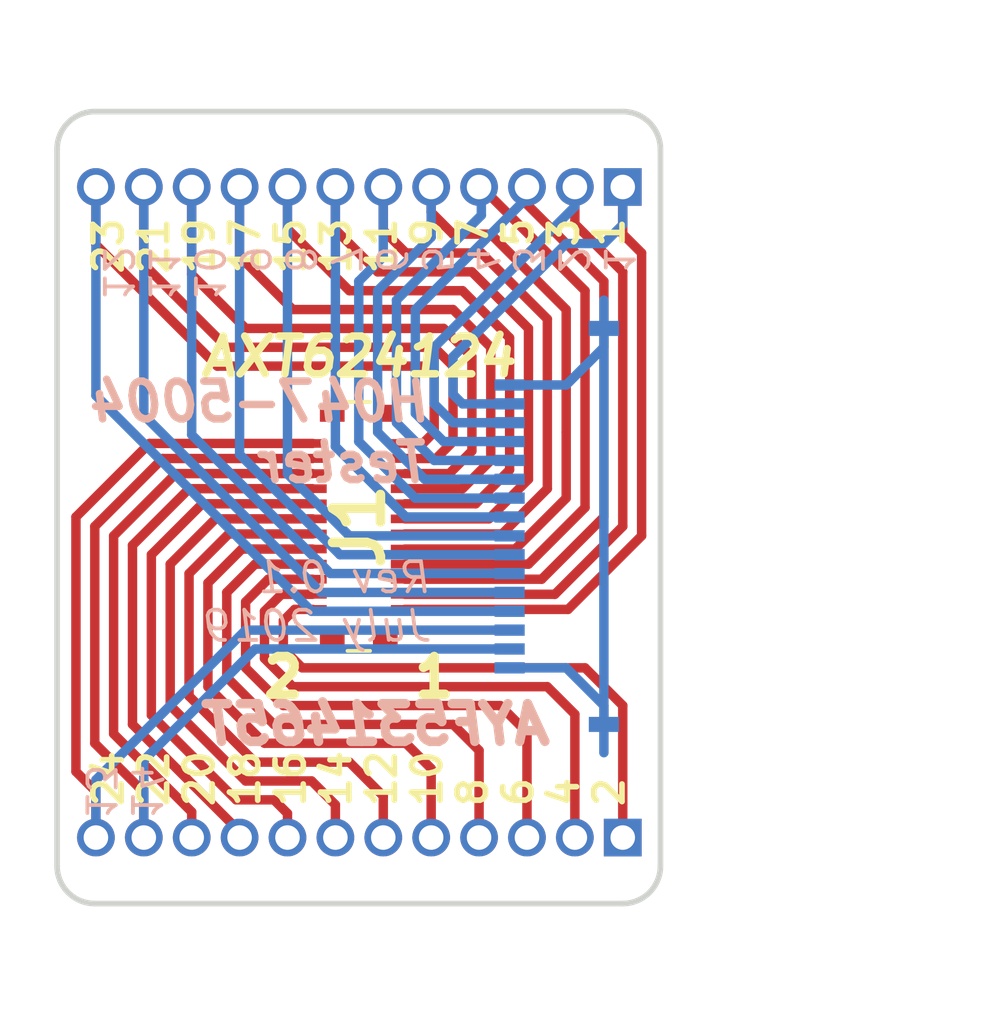
<source format=kicad_pcb>
(kicad_pcb (version 4) (host pcbnew 4.0.6)

  (general
    (links 41)
    (no_connects 0)
    (area 141.924999 93.924999 158.075001 115.075001)
    (thickness 1.6)
    (drawings 20)
    (tracks 222)
    (zones 0)
    (modules 4)
    (nets 30)
  )

  (page A4)
  (layers
    (0 F.Cu signal)
    (31 B.Cu signal)
    (32 B.Adhes user)
    (33 F.Adhes user)
    (34 B.Paste user)
    (35 F.Paste user)
    (36 B.SilkS user)
    (37 F.SilkS user)
    (38 B.Mask user)
    (39 F.Mask user)
    (40 Dwgs.User user)
    (41 Cmts.User user)
    (42 Eco1.User user)
    (43 Eco2.User user)
    (44 Edge.Cuts user)
    (45 Margin user)
    (46 B.CrtYd user)
    (47 F.CrtYd user)
    (48 B.Fab user)
    (49 F.Fab user)
  )

  (setup
    (last_trace_width 0.25)
    (trace_clearance 0.2)
    (zone_clearance 0.508)
    (zone_45_only no)
    (trace_min 0.2)
    (segment_width 0.2)
    (edge_width 0.15)
    (via_size 0.6)
    (via_drill 0.4)
    (via_min_size 0.4)
    (via_min_drill 0.3)
    (uvia_size 0.3)
    (uvia_drill 0.1)
    (uvias_allowed no)
    (uvia_min_size 0.2)
    (uvia_min_drill 0.1)
    (pcb_text_width 0.3)
    (pcb_text_size 1.5 1.5)
    (mod_edge_width 0.15)
    (mod_text_size 1 1)
    (mod_text_width 0.15)
    (pad_size 1.524 1.524)
    (pad_drill 0.762)
    (pad_to_mask_clearance 0.05)
    (aux_axis_origin 0 0)
    (visible_elements 7FFFFFFF)
    (pcbplotparams
      (layerselection 0x00030_80000001)
      (usegerberextensions false)
      (excludeedgelayer true)
      (linewidth 0.100000)
      (plotframeref false)
      (viasonmask false)
      (mode 1)
      (useauxorigin false)
      (hpglpennumber 1)
      (hpglpenspeed 20)
      (hpglpendiameter 15)
      (hpglpenoverlay 2)
      (psnegative false)
      (psa4output false)
      (plotreference true)
      (plotvalue true)
      (plotinvisibletext false)
      (padsonsilk false)
      (subtractmaskfromsilk false)
      (outputformat 1)
      (mirror false)
      (drillshape 1)
      (scaleselection 1)
      (outputdirectory ""))
  )

  (net 0 "")
  (net 1 "Net-(J1-Pad2)")
  (net 2 "Net-(J1-Pad4)")
  (net 3 "Net-(J1-Pad6)")
  (net 4 "Net-(J1-Pad8)")
  (net 5 "Net-(J1-Pad10)")
  (net 6 "Net-(J1-Pad12)")
  (net 7 "Net-(J1-Pad14)")
  (net 8 "Net-(J1-Pad16)")
  (net 9 "Net-(J1-Pad18)")
  (net 10 "Net-(J1-Pad20)")
  (net 11 "Net-(J1-Pad25)")
  (net 12 "Net-(J1-Pad26)")
  (net 13 "Net-(J1-Pad27)")
  (net 14 "Net-(J1-Pad28)")
  (net 15 /1)
  (net 16 /2)
  (net 17 /3)
  (net 18 /4)
  (net 19 /5)
  (net 20 /6)
  (net 21 /7)
  (net 22 /8)
  (net 23 /9)
  (net 24 /10)
  (net 25 /14)
  (net 26 /11)
  (net 27 /13)
  (net 28 /12)
  (net 29 "Net-(J4-Pad15)")

  (net_class Default "This is the default net class."
    (clearance 0.2)
    (trace_width 0.25)
    (via_dia 0.6)
    (via_drill 0.4)
    (uvia_dia 0.3)
    (uvia_drill 0.1)
    (add_net /1)
    (add_net /10)
    (add_net /11)
    (add_net /12)
    (add_net /13)
    (add_net /14)
    (add_net /2)
    (add_net /3)
    (add_net /4)
    (add_net /5)
    (add_net /6)
    (add_net /7)
    (add_net /8)
    (add_net /9)
    (add_net "Net-(J1-Pad10)")
    (add_net "Net-(J1-Pad12)")
    (add_net "Net-(J1-Pad14)")
    (add_net "Net-(J1-Pad16)")
    (add_net "Net-(J1-Pad18)")
    (add_net "Net-(J1-Pad2)")
    (add_net "Net-(J1-Pad20)")
    (add_net "Net-(J1-Pad25)")
    (add_net "Net-(J1-Pad26)")
    (add_net "Net-(J1-Pad27)")
    (add_net "Net-(J1-Pad28)")
    (add_net "Net-(J1-Pad4)")
    (add_net "Net-(J1-Pad6)")
    (add_net "Net-(J1-Pad8)")
    (add_net "Net-(J4-Pad15)")
  )

  (module Pin_Headers:Pin_Header_Straight_1x14_Pitch1.00mm_SMD_Pin1Left (layer B.Cu) (tedit 5D38D699) (tstamp 5D2E3699)
    (at 154 105 270)
    (descr "surface-mounted straight pin header, 1x14, 1.00mm pitch, single row, style 1 (pin 1 left)")
    (tags "Surface mounted pin header SMD 1x14 1.00mm single row style1 pin1 left")
    (path /5D38D921)
    (attr smd)
    (fp_text reference J4 (at 0 8.06 270) (layer B.SilkS) hide
      (effects (font (size 1 1) (thickness 0.15)) (justify mirror))
    )
    (fp_text value CONN_01X15 (at 0.5 -3.5 270) (layer B.Fab)
      (effects (font (size 1 1) (thickness 0.15)) (justify mirror))
    )
    (pad 15 smd rect (at 3.75 0 270) (size 0.3 0.8) (layers B.Cu B.Paste B.Mask)
      (net 29 "Net-(J4-Pad15)"))
    (pad 15 smd rect (at -3.75 0 270) (size 0.3 0.8) (layers B.Cu B.Paste B.Mask)
      (net 29 "Net-(J4-Pad15)"))
    (pad 15 smd rect (at 5.25 -2.5 270) (size 0.4 0.8) (layers B.Cu B.Paste B.Mask)
      (net 29 "Net-(J4-Pad15)"))
    (pad 15 smd rect (at -5.25 -2.5 270) (size 0.4 0.8) (layers B.Cu B.Paste B.Mask)
      (net 29 "Net-(J4-Pad15)"))
    (pad 14 smd rect (at 3.25 0 270) (size 0.3 0.8) (layers B.Cu B.Paste B.Mask)
      (net 25 /14))
    (pad 13 smd rect (at 2.75 0 270) (size 0.3 0.8) (layers B.Cu B.Paste B.Mask)
      (net 27 /13))
    (pad 12 smd rect (at 2.25 0 270) (size 0.3 0.8) (layers B.Cu B.Paste B.Mask)
      (net 28 /12))
    (pad 11 smd rect (at 1.75 0 270) (size 0.3 0.8) (layers B.Cu B.Paste B.Mask)
      (net 26 /11))
    (pad 10 smd rect (at 1.25 0 270) (size 0.3 0.8) (layers B.Cu B.Paste B.Mask)
      (net 24 /10))
    (pad 9 smd rect (at 0.75 0 270) (size 0.3 0.8) (layers B.Cu B.Paste B.Mask)
      (net 23 /9))
    (pad 8 smd rect (at 0.25 0 270) (size 0.3 0.8) (layers B.Cu B.Paste B.Mask)
      (net 22 /8))
    (pad 7 smd rect (at -0.25 0 270) (size 0.3 0.8) (layers B.Cu B.Paste B.Mask)
      (net 21 /7))
    (pad 6 smd rect (at -0.75 0 270) (size 0.3 0.8) (layers B.Cu B.Paste B.Mask)
      (net 20 /6))
    (pad 5 smd rect (at -1.25 0 270) (size 0.3 0.8) (layers B.Cu B.Paste B.Mask)
      (net 19 /5))
    (pad 4 smd rect (at -1.75 0 270) (size 0.3 0.8) (layers B.Cu B.Paste B.Mask)
      (net 18 /4))
    (pad 3 smd rect (at -2.25 0 270) (size 0.3 0.8) (layers B.Cu B.Paste B.Mask)
      (net 17 /3))
    (pad 2 smd rect (at -2.75 0 270) (size 0.3 0.8) (layers B.Cu B.Paste B.Mask)
      (net 16 /2))
    (pad 1 smd rect (at -3.25 0 270) (size 0.3 0.8) (layers B.Cu B.Paste B.Mask)
      (net 15 /1))
    (model ${KISYS3DMOD}/Pin_Headers.3dshapes/Pin_Header_Straight_1x14_Pitch1.00mm_SMD_Pin1Left.wrl
      (at (xyz 0 0 0))
      (scale (xyz 1 1 1))
      (rotate (xyz 0 0 0))
    )
  )

  (module Pin_Headers:Pin_Header_Straight_1x12_Pitch1.27mm (layer F.Cu) (tedit 5D2E032B) (tstamp 5D2DFF55)
    (at 157 96 270)
    (descr "Through hole straight pin header, 1x12, 1.27mm pitch, single row")
    (tags "Through hole pin header THT 1x12 1.27mm single row")
    (path /5D2DFF4E)
    (fp_text reference J2 (at 0 -1.695 270) (layer F.SilkS) hide
      (effects (font (size 1 1) (thickness 0.15)))
    )
    (fp_text value CONN_01X12 (at 0 15.665 270) (layer F.Fab)
      (effects (font (size 1 1) (thickness 0.15)))
    )
    (fp_line (start -0.525 -0.635) (end 1.05 -0.635) (layer F.Fab) (width 0.1))
    (fp_line (start 1.05 -0.635) (end 1.05 14.605) (layer F.Fab) (width 0.1))
    (fp_line (start 1.05 14.605) (end -1.05 14.605) (layer F.Fab) (width 0.1))
    (fp_line (start -1.05 14.605) (end -1.05 -0.11) (layer F.Fab) (width 0.1))
    (fp_line (start -1.05 -0.11) (end -0.525 -0.635) (layer F.Fab) (width 0.1))
    (fp_line (start -1.55 -1.15) (end -1.55 15.15) (layer F.CrtYd) (width 0.05))
    (fp_line (start -1.55 15.15) (end 1.55 15.15) (layer F.CrtYd) (width 0.05))
    (fp_line (start 1.55 15.15) (end 1.55 -1.15) (layer F.CrtYd) (width 0.05))
    (fp_line (start 1.55 -1.15) (end -1.55 -1.15) (layer F.CrtYd) (width 0.05))
    (fp_text user %R (at 0 6.985 360) (layer F.Fab)
      (effects (font (size 1 1) (thickness 0.15)))
    )
    (pad 1 thru_hole rect (at 0 0 270) (size 1 1) (drill 0.65) (layers *.Cu *.Mask)
      (net 15 /1))
    (pad 2 thru_hole oval (at 0 1.27 270) (size 1 1) (drill 0.65) (layers *.Cu *.Mask)
      (net 16 /2))
    (pad 3 thru_hole oval (at 0 2.54 270) (size 1 1) (drill 0.65) (layers *.Cu *.Mask)
      (net 17 /3))
    (pad 4 thru_hole oval (at 0 3.81 270) (size 1 1) (drill 0.65) (layers *.Cu *.Mask)
      (net 18 /4))
    (pad 5 thru_hole oval (at 0 5.08 270) (size 1 1) (drill 0.65) (layers *.Cu *.Mask)
      (net 19 /5))
    (pad 6 thru_hole oval (at 0 6.35 270) (size 1 1) (drill 0.65) (layers *.Cu *.Mask)
      (net 20 /6))
    (pad 7 thru_hole oval (at 0 7.62 270) (size 1 1) (drill 0.65) (layers *.Cu *.Mask)
      (net 21 /7))
    (pad 8 thru_hole oval (at 0 8.89 270) (size 1 1) (drill 0.65) (layers *.Cu *.Mask)
      (net 22 /8))
    (pad 9 thru_hole oval (at 0 10.16 270) (size 1 1) (drill 0.65) (layers *.Cu *.Mask)
      (net 23 /9))
    (pad 10 thru_hole oval (at 0 11.43 270) (size 1 1) (drill 0.65) (layers *.Cu *.Mask)
      (net 24 /10))
    (pad 11 thru_hole oval (at 0 12.7 270) (size 1 1) (drill 0.65) (layers *.Cu *.Mask)
      (net 26 /11))
    (pad 12 thru_hole oval (at 0 13.97 270) (size 1 1) (drill 0.65) (layers *.Cu *.Mask)
      (net 28 /12))
    (model ${KISYS3DMOD}/Pin_Headers.3dshapes/Pin_Header_Straight_1x12_Pitch1.27mm.wrl
      (at (xyz 0 0 0))
      (scale (xyz 1 1 1))
      (rotate (xyz 0 0 0))
    )
  )

  (module Pin_Headers:Pin_Header_Straight_1x12_Pitch1.27mm (layer F.Cu) (tedit 5D2E0302) (tstamp 5D2DFF77)
    (at 157 113.25 270)
    (descr "Through hole straight pin header, 1x12, 1.27mm pitch, single row")
    (tags "Through hole pin header THT 1x12 1.27mm single row")
    (path /5D2DFE85)
    (fp_text reference J3 (at 0 -1.695 270) (layer F.SilkS) hide
      (effects (font (size 1 1) (thickness 0.15)))
    )
    (fp_text value CONN_01X12 (at 0 15.665 270) (layer F.Fab)
      (effects (font (size 1 1) (thickness 0.15)))
    )
    (fp_line (start -0.525 -0.635) (end 1.05 -0.635) (layer F.Fab) (width 0.1))
    (fp_line (start 1.05 -0.635) (end 1.05 14.605) (layer F.Fab) (width 0.1))
    (fp_line (start 1.05 14.605) (end -1.05 14.605) (layer F.Fab) (width 0.1))
    (fp_line (start -1.05 14.605) (end -1.05 -0.11) (layer F.Fab) (width 0.1))
    (fp_line (start -1.05 -0.11) (end -0.525 -0.635) (layer F.Fab) (width 0.1))
    (fp_line (start -1.55 -1.15) (end -1.55 15.15) (layer F.CrtYd) (width 0.05))
    (fp_line (start -1.55 15.15) (end 1.55 15.15) (layer F.CrtYd) (width 0.05))
    (fp_line (start 1.55 15.15) (end 1.55 -1.15) (layer F.CrtYd) (width 0.05))
    (fp_line (start 1.55 -1.15) (end -1.55 -1.15) (layer F.CrtYd) (width 0.05))
    (fp_text user %R (at 0 6.985 360) (layer F.Fab)
      (effects (font (size 1 1) (thickness 0.15)))
    )
    (pad 1 thru_hole rect (at 0 0 270) (size 1 1) (drill 0.65) (layers *.Cu *.Mask)
      (net 1 "Net-(J1-Pad2)"))
    (pad 2 thru_hole oval (at 0 1.27 270) (size 1 1) (drill 0.65) (layers *.Cu *.Mask)
      (net 2 "Net-(J1-Pad4)"))
    (pad 3 thru_hole oval (at 0 2.54 270) (size 1 1) (drill 0.65) (layers *.Cu *.Mask)
      (net 3 "Net-(J1-Pad6)"))
    (pad 4 thru_hole oval (at 0 3.81 270) (size 1 1) (drill 0.65) (layers *.Cu *.Mask)
      (net 4 "Net-(J1-Pad8)"))
    (pad 5 thru_hole oval (at 0 5.08 270) (size 1 1) (drill 0.65) (layers *.Cu *.Mask)
      (net 5 "Net-(J1-Pad10)"))
    (pad 6 thru_hole oval (at 0 6.35 270) (size 1 1) (drill 0.65) (layers *.Cu *.Mask)
      (net 6 "Net-(J1-Pad12)"))
    (pad 7 thru_hole oval (at 0 7.62 270) (size 1 1) (drill 0.65) (layers *.Cu *.Mask)
      (net 7 "Net-(J1-Pad14)"))
    (pad 8 thru_hole oval (at 0 8.89 270) (size 1 1) (drill 0.65) (layers *.Cu *.Mask)
      (net 8 "Net-(J1-Pad16)"))
    (pad 9 thru_hole oval (at 0 10.16 270) (size 1 1) (drill 0.65) (layers *.Cu *.Mask)
      (net 9 "Net-(J1-Pad18)"))
    (pad 10 thru_hole oval (at 0 11.43 270) (size 1 1) (drill 0.65) (layers *.Cu *.Mask)
      (net 10 "Net-(J1-Pad20)"))
    (pad 11 thru_hole oval (at 0 12.7 270) (size 1 1) (drill 0.65) (layers *.Cu *.Mask)
      (net 25 /14))
    (pad 12 thru_hole oval (at 0 13.97 270) (size 1 1) (drill 0.65) (layers *.Cu *.Mask)
      (net 27 /13))
    (model ${KISYS3DMOD}/Pin_Headers.3dshapes/Pin_Header_Straight_1x12_Pitch1.27mm.wrl
      (at (xyz 0 0 0))
      (scale (xyz 1 1 1))
      (rotate (xyz 0 0 0))
    )
  )

  (module AXT624124:AXT624124 (layer F.Cu) (tedit 5D2DFC31) (tstamp 5D2DFDFF)
    (at 150 105 90)
    (descr AXT624124)
    (tags Connector)
    (path /5D2DFCEA)
    (attr smd)
    (fp_text reference J1 (at 0 0 90) (layer F.SilkS)
      (effects (font (size 1.27 1.27) (thickness 0.254)))
    )
    (fp_text value AXT624124 (at 0 0 90) (layer F.SilkS) hide
      (effects (font (size 1.27 1.27) (thickness 0.254)))
    )
    (fp_line (start -3.3 -0.93) (end 3.3 -0.93) (layer Dwgs.User) (width 0.2))
    (fp_line (start 3.3 -0.93) (end 3.3 0.93) (layer Dwgs.User) (width 0.2))
    (fp_line (start 3.3 0.93) (end -3.3 0.93) (layer Dwgs.User) (width 0.2))
    (fp_line (start -3.3 0.93) (end -3.3 -0.93) (layer Dwgs.User) (width 0.2))
    (fp_line (start -4.3 -2.6) (end 4.3 -2.6) (layer Dwgs.User) (width 0.1))
    (fp_line (start 4.3 -2.6) (end 4.3 2.6) (layer Dwgs.User) (width 0.1))
    (fp_line (start 4.3 2.6) (end -4.3 2.6) (layer Dwgs.User) (width 0.1))
    (fp_line (start -4.3 2.6) (end -4.3 -2.6) (layer Dwgs.User) (width 0.1))
    (fp_line (start -3.3 -0.3) (end -3.3 0.3) (layer F.SilkS) (width 0.1))
    (fp_line (start 3.3 -0.3) (end 3.3 0.3) (layer F.SilkS) (width 0.1))
    (pad 1 smd rect (at -2.2 1.225 90) (size 0.23 0.75) (layers F.Cu F.Paste F.Mask)
      (net 15 /1))
    (pad 2 smd rect (at -2.2 -1.225 90) (size 0.23 0.75) (layers F.Cu F.Paste F.Mask)
      (net 1 "Net-(J1-Pad2)"))
    (pad 3 smd rect (at -1.8 1.225 90) (size 0.23 0.75) (layers F.Cu F.Paste F.Mask)
      (net 16 /2))
    (pad 4 smd rect (at -1.8 -1.225 90) (size 0.23 0.75) (layers F.Cu F.Paste F.Mask)
      (net 2 "Net-(J1-Pad4)"))
    (pad 5 smd rect (at -1.4 1.225 90) (size 0.23 0.75) (layers F.Cu F.Paste F.Mask)
      (net 17 /3))
    (pad 6 smd rect (at -1.4 -1.225 90) (size 0.23 0.75) (layers F.Cu F.Paste F.Mask)
      (net 3 "Net-(J1-Pad6)"))
    (pad 7 smd rect (at -1 1.225 90) (size 0.23 0.75) (layers F.Cu F.Paste F.Mask)
      (net 18 /4))
    (pad 8 smd rect (at -1 -1.225 90) (size 0.23 0.75) (layers F.Cu F.Paste F.Mask)
      (net 4 "Net-(J1-Pad8)"))
    (pad 9 smd rect (at -0.6 1.225 90) (size 0.23 0.75) (layers F.Cu F.Paste F.Mask)
      (net 19 /5))
    (pad 10 smd rect (at -0.6 -1.225 90) (size 0.23 0.75) (layers F.Cu F.Paste F.Mask)
      (net 5 "Net-(J1-Pad10)"))
    (pad 11 smd rect (at -0.2 1.225 90) (size 0.23 0.75) (layers F.Cu F.Paste F.Mask)
      (net 20 /6))
    (pad 12 smd rect (at -0.2 -1.225 90) (size 0.23 0.75) (layers F.Cu F.Paste F.Mask)
      (net 6 "Net-(J1-Pad12)"))
    (pad 13 smd rect (at 0.2 1.225 90) (size 0.23 0.75) (layers F.Cu F.Paste F.Mask)
      (net 21 /7))
    (pad 14 smd rect (at 0.2 -1.225 90) (size 0.23 0.75) (layers F.Cu F.Paste F.Mask)
      (net 7 "Net-(J1-Pad14)"))
    (pad 15 smd rect (at 0.6 1.225 90) (size 0.23 0.75) (layers F.Cu F.Paste F.Mask)
      (net 22 /8))
    (pad 16 smd rect (at 0.6 -1.225 90) (size 0.23 0.75) (layers F.Cu F.Paste F.Mask)
      (net 8 "Net-(J1-Pad16)"))
    (pad 17 smd rect (at 1 1.225 90) (size 0.23 0.75) (layers F.Cu F.Paste F.Mask)
      (net 23 /9))
    (pad 18 smd rect (at 1 -1.225 90) (size 0.23 0.75) (layers F.Cu F.Paste F.Mask)
      (net 9 "Net-(J1-Pad18)"))
    (pad 19 smd rect (at 1.4 1.225 90) (size 0.23 0.75) (layers F.Cu F.Paste F.Mask)
      (net 24 /10))
    (pad 20 smd rect (at 1.4 -1.225 90) (size 0.23 0.75) (layers F.Cu F.Paste F.Mask)
      (net 10 "Net-(J1-Pad20)"))
    (pad 21 smd rect (at 1.8 1.225 90) (size 0.23 0.75) (layers F.Cu F.Paste F.Mask)
      (net 26 /11))
    (pad 22 smd rect (at 1.8 -1.225 90) (size 0.23 0.75) (layers F.Cu F.Paste F.Mask)
      (net 25 /14))
    (pad 23 smd rect (at 2.2 1.225 90) (size 0.23 0.75) (layers F.Cu F.Paste F.Mask)
      (net 28 /12))
    (pad 24 smd rect (at 2.2 -1.225 90) (size 0.23 0.75) (layers F.Cu F.Paste F.Mask)
      (net 27 /13))
    (pad 25 smd rect (at -3 -0.703 90) (size 0.45 0.655) (layers F.Cu F.Paste F.Mask)
      (net 11 "Net-(J1-Pad25)"))
    (pad 26 smd rect (at -3 0.703 90) (size 0.45 0.655) (layers F.Cu F.Paste F.Mask)
      (net 12 "Net-(J1-Pad26)"))
    (pad 27 smd rect (at 3 0.703 90) (size 0.45 0.655) (layers F.Cu F.Paste F.Mask)
      (net 13 "Net-(J1-Pad27)"))
    (pad 28 smd rect (at 3 -0.703 90) (size 0.45 0.655) (layers F.Cu F.Paste F.Mask)
      (net 14 "Net-(J1-Pad28)"))
  )

  (gr_text "Rev 0.1\nJuly 2019\n" (at 152 107) (layer B.SilkS)
    (effects (font (size 0.8 0.8) (thickness 0.1) italic) (justify left mirror))
  )
  (gr_text "H047-5004\nTester\n" (at 152 102.5) (layer B.SilkS)
    (effects (font (size 1 1) (thickness 0.2) italic) (justify left mirror))
  )
  (gr_text "14\n13" (at 143.75 111.25 270) (layer B.SilkS)
    (effects (font (size 0.75 0.75) (thickness 0.1)) (justify right mirror))
  )
  (gr_text AYF531465T (at 150.5 110.25) (layer B.SilkS)
    (effects (font (size 1 1) (thickness 0.25) italic) (justify mirror))
  )
  (gr_text "1\n2\n3\n4\n5\n6\n7\n8\n9\n10\n11\n12" (at 150.25 97.5 270) (layer B.SilkS)
    (effects (font (size 0.75 0.75) (thickness 0.1)) (justify right mirror))
  )
  (dimension 16 (width 0.3) (layer Dwgs.User)
    (gr_text "16.000 mm" (at 150 118.35) (layer Dwgs.User)
      (effects (font (size 1.5 1.5) (thickness 0.3)))
    )
    (feature1 (pts (xy 158 115) (xy 158 119.7)))
    (feature2 (pts (xy 142 115) (xy 142 119.7)))
    (crossbar (pts (xy 142 117) (xy 158 117)))
    (arrow1a (pts (xy 158 117) (xy 156.873496 117.586421)))
    (arrow1b (pts (xy 158 117) (xy 156.873496 116.413579)))
    (arrow2a (pts (xy 142 117) (xy 143.126504 117.586421)))
    (arrow2b (pts (xy 142 117) (xy 143.126504 116.413579)))
  )
  (gr_text AXT624124 (at 150 100.5) (layer F.SilkS)
    (effects (font (size 1 1) (thickness 0.2) italic))
  )
  (gr_text "23\n21\n19\n17\n15\n13\n11\n9\n7\n5\n3\n1" (at 150 96.75 90) (layer F.SilkS)
    (effects (font (size 0.75 0.75) (thickness 0.15)) (justify right))
  )
  (gr_text "24\n22\n20\n18\n16\n14\n12\n10\n8\n6\n4\n2" (at 150 112.5 90) (layer F.SilkS)
    (effects (font (size 0.75 0.75) (thickness 0.15)) (justify left))
  )
  (dimension 21 (width 0.3) (layer Dwgs.User)
    (gr_text "21.000 mm" (at 164.35 104.5 270) (layer Dwgs.User)
      (effects (font (size 1.5 1.5) (thickness 0.3)))
    )
    (feature1 (pts (xy 158 115) (xy 165.7 115)))
    (feature2 (pts (xy 158 94) (xy 165.7 94)))
    (crossbar (pts (xy 163 94) (xy 163 115)))
    (arrow1a (pts (xy 163 115) (xy 162.413579 113.873496)))
    (arrow1b (pts (xy 163 115) (xy 163.586421 113.873496)))
    (arrow2a (pts (xy 163 94) (xy 162.413579 95.126504)))
    (arrow2b (pts (xy 163 94) (xy 163.586421 95.126504)))
  )
  (gr_text 2 (at 148 109) (layer F.SilkS)
    (effects (font (size 1 1) (thickness 0.25)))
  )
  (gr_text 1 (at 152 109) (layer F.SilkS)
    (effects (font (size 1 1) (thickness 0.25)))
  )
  (gr_line (start 142 95) (end 142 114) (angle 90) (layer Edge.Cuts) (width 0.15))
  (gr_line (start 157 94) (end 143 94) (angle 90) (layer Edge.Cuts) (width 0.15))
  (gr_line (start 158 114) (end 158 95) (angle 90) (layer Edge.Cuts) (width 0.15))
  (gr_line (start 143 115) (end 157 115) (angle 90) (layer Edge.Cuts) (width 0.15))
  (gr_arc (start 143 114) (end 143 115) (angle 90) (layer Edge.Cuts) (width 0.15))
  (gr_arc (start 143 95) (end 142 95) (angle 90) (layer Edge.Cuts) (width 0.15))
  (gr_arc (start 157 95) (end 157 94) (angle 90) (layer Edge.Cuts) (width 0.15))
  (gr_arc (start 157 114) (end 158 114) (angle 90) (layer Edge.Cuts) (width 0.15))

  (segment (start 148.775 107.2) (end 148.3 107.2) (width 0.25) (layer F.Cu) (net 1))
  (segment (start 157 109.75) (end 157 113.25) (width 0.25) (layer F.Cu) (net 1) (tstamp 5D2E0135) (status 20))
  (segment (start 156 108.75) (end 157 109.75) (width 0.25) (layer F.Cu) (net 1) (tstamp 5D2E0134))
  (segment (start 148.5 108.75) (end 156 108.75) (width 0.25) (layer F.Cu) (net 1) (tstamp 5D2E0133))
  (segment (start 148 108.25) (end 148.5 108.75) (width 0.25) (layer F.Cu) (net 1) (tstamp 5D2E0132))
  (segment (start 148 107.5) (end 148 108.25) (width 0.25) (layer F.Cu) (net 1) (tstamp 5D2E0131))
  (segment (start 148.3 107.2) (end 148 107.5) (width 0.25) (layer F.Cu) (net 1) (tstamp 5D2E0130))
  (segment (start 148.775 106.8) (end 147.95 106.8) (width 0.25) (layer F.Cu) (net 2))
  (segment (start 155.73 109.98) (end 155.73 113.25) (width 0.25) (layer F.Cu) (net 2) (tstamp 5D2E0144) (status 20))
  (segment (start 155 109.25) (end 155.73 109.98) (width 0.25) (layer F.Cu) (net 2) (tstamp 5D2E0143))
  (segment (start 148.25 109.25) (end 155 109.25) (width 0.25) (layer F.Cu) (net 2) (tstamp 5D2E0142))
  (segment (start 147.5 108.5) (end 148.25 109.25) (width 0.25) (layer F.Cu) (net 2) (tstamp 5D2E0141))
  (segment (start 147.5 107.25) (end 147.5 108.5) (width 0.25) (layer F.Cu) (net 2) (tstamp 5D2E0140))
  (segment (start 147.95 106.8) (end 147.5 107.25) (width 0.25) (layer F.Cu) (net 2) (tstamp 5D2E013F))
  (segment (start 148.775 106.4) (end 147.6 106.4) (width 0.25) (layer F.Cu) (net 3))
  (segment (start 154.46 110.46) (end 154.46 113.25) (width 0.25) (layer F.Cu) (net 3) (tstamp 5D2E014D) (status 20))
  (segment (start 153.75 109.75) (end 154.46 110.46) (width 0.25) (layer F.Cu) (net 3) (tstamp 5D2E014C))
  (segment (start 148 109.75) (end 153.75 109.75) (width 0.25) (layer F.Cu) (net 3) (tstamp 5D2E014A))
  (segment (start 147 108.75) (end 148 109.75) (width 0.25) (layer F.Cu) (net 3) (tstamp 5D2E0149))
  (segment (start 147 107) (end 147 108.75) (width 0.25) (layer F.Cu) (net 3) (tstamp 5D2E0148))
  (segment (start 147.6 106.4) (end 147 107) (width 0.25) (layer F.Cu) (net 3) (tstamp 5D2E0147))
  (segment (start 148.775 106) (end 147.25 106) (width 0.25) (layer F.Cu) (net 4))
  (segment (start 153.19 110.94) (end 153.19 113.25) (width 0.25) (layer F.Cu) (net 4) (tstamp 5D2E0156) (status 20))
  (segment (start 152.5 110.25) (end 153.19 110.94) (width 0.25) (layer F.Cu) (net 4) (tstamp 5D2E0155))
  (segment (start 147.75 110.25) (end 152.5 110.25) (width 0.25) (layer F.Cu) (net 4) (tstamp 5D2E0153))
  (segment (start 146.5 109) (end 147.75 110.25) (width 0.25) (layer F.Cu) (net 4) (tstamp 5D2E0152))
  (segment (start 146.5 106.75) (end 146.5 109) (width 0.25) (layer F.Cu) (net 4) (tstamp 5D2E0151))
  (segment (start 147.25 106) (end 146.5 106.75) (width 0.25) (layer F.Cu) (net 4) (tstamp 5D2E0150))
  (segment (start 148.775 105.6) (end 146.9 105.6) (width 0.25) (layer F.Cu) (net 5))
  (segment (start 151.92 111.42) (end 151.92 113.25) (width 0.25) (layer F.Cu) (net 5) (tstamp 5D2E0160) (status 20))
  (segment (start 151.25 110.75) (end 151.92 111.42) (width 0.25) (layer F.Cu) (net 5) (tstamp 5D2E015F))
  (segment (start 147.5 110.75) (end 151.25 110.75) (width 0.25) (layer F.Cu) (net 5) (tstamp 5D2E015D))
  (segment (start 146 109.25) (end 147.5 110.75) (width 0.25) (layer F.Cu) (net 5) (tstamp 5D2E015B))
  (segment (start 146 106.5) (end 146 109.25) (width 0.25) (layer F.Cu) (net 5) (tstamp 5D2E015A))
  (segment (start 146.9 105.6) (end 146 106.5) (width 0.25) (layer F.Cu) (net 5) (tstamp 5D2E0159))
  (segment (start 148.775 105.2) (end 146.55 105.2) (width 0.25) (layer F.Cu) (net 6))
  (segment (start 150.65 112.15) (end 150.65 113.25) (width 0.25) (layer F.Cu) (net 6) (tstamp 5D2E016A) (status 20))
  (segment (start 149.75 111.25) (end 150.65 112.15) (width 0.25) (layer F.Cu) (net 6) (tstamp 5D2E0169))
  (segment (start 147.25 111.25) (end 149.75 111.25) (width 0.25) (layer F.Cu) (net 6) (tstamp 5D2E0168))
  (segment (start 145.5 109.5) (end 147.25 111.25) (width 0.25) (layer F.Cu) (net 6) (tstamp 5D2E0166))
  (segment (start 145.5 106.25) (end 145.5 109.5) (width 0.25) (layer F.Cu) (net 6) (tstamp 5D2E0164))
  (segment (start 146.55 105.2) (end 145.5 106.25) (width 0.25) (layer F.Cu) (net 6) (tstamp 5D2E0163))
  (segment (start 148.775 104.8) (end 146.2 104.8) (width 0.25) (layer F.Cu) (net 7))
  (segment (start 149.38 112.38) (end 149.38 113.25) (width 0.25) (layer F.Cu) (net 7) (tstamp 5D2E0174) (status 20))
  (segment (start 148.75 111.75) (end 149.38 112.38) (width 0.25) (layer F.Cu) (net 7) (tstamp 5D2E0173))
  (segment (start 147 111.75) (end 148.75 111.75) (width 0.25) (layer F.Cu) (net 7) (tstamp 5D2E0172))
  (segment (start 145 109.75) (end 147 111.75) (width 0.25) (layer F.Cu) (net 7) (tstamp 5D2E0170))
  (segment (start 145 106) (end 145 109.75) (width 0.25) (layer F.Cu) (net 7) (tstamp 5D2E016E))
  (segment (start 146.2 104.8) (end 145 106) (width 0.25) (layer F.Cu) (net 7) (tstamp 5D2E016D))
  (segment (start 148.775 104.4) (end 145.85 104.4) (width 0.25) (layer F.Cu) (net 8))
  (segment (start 148.11 112.61) (end 148.11 113.25) (width 0.25) (layer F.Cu) (net 8) (tstamp 5D2E01AF))
  (segment (start 147.75 112.25) (end 148.11 112.61) (width 0.25) (layer F.Cu) (net 8) (tstamp 5D2E01AE))
  (segment (start 146.75 112.25) (end 147.75 112.25) (width 0.25) (layer F.Cu) (net 8) (tstamp 5D2E01AD))
  (segment (start 144.5 110) (end 146.75 112.25) (width 0.25) (layer F.Cu) (net 8) (tstamp 5D2E01AB))
  (segment (start 144.5 105.75) (end 144.5 110) (width 0.25) (layer F.Cu) (net 8) (tstamp 5D2E01A9))
  (segment (start 145.85 104.4) (end 144.5 105.75) (width 0.25) (layer F.Cu) (net 8) (tstamp 5D2E01A8))
  (segment (start 148.775 104) (end 145.5 104) (width 0.25) (layer F.Cu) (net 9))
  (segment (start 144 110.25) (end 146.84 113.09) (width 0.25) (layer F.Cu) (net 9) (tstamp 5D2E01B5))
  (segment (start 144 105.5) (end 144 110.25) (width 0.25) (layer F.Cu) (net 9) (tstamp 5D2E01B3))
  (segment (start 145.5 104) (end 144 105.5) (width 0.25) (layer F.Cu) (net 9) (tstamp 5D2E01B2))
  (segment (start 146.84 113.09) (end 146.84 113.25) (width 0.25) (layer F.Cu) (net 9) (tstamp 5D2E01B7))
  (segment (start 148.775 103.6) (end 145.15 103.6) (width 0.25) (layer F.Cu) (net 10))
  (segment (start 145.57 112.57) (end 145.57 113.25) (width 0.25) (layer F.Cu) (net 10) (tstamp 5D2E01BF))
  (segment (start 143.5 110.5) (end 145.57 112.57) (width 0.25) (layer F.Cu) (net 10) (tstamp 5D2E01BD))
  (segment (start 143.5 105.25) (end 143.5 110.5) (width 0.25) (layer F.Cu) (net 10) (tstamp 5D2E01BB))
  (segment (start 145.15 103.6) (end 143.5 105.25) (width 0.25) (layer F.Cu) (net 10) (tstamp 5D2E01BA))
  (segment (start 151.225 107.2) (end 155.55 107.2) (width 0.25) (layer F.Cu) (net 15) (status 400000))
  (segment (start 157 97.25) (end 157 96) (width 0.25) (layer F.Cu) (net 15) (tstamp 5D38D9CD) (status 800000))
  (segment (start 157.5 97.75) (end 157 97.25) (width 0.25) (layer F.Cu) (net 15) (tstamp 5D38D9C9))
  (segment (start 157.5 105.25) (end 157.5 97.75) (width 0.25) (layer F.Cu) (net 15) (tstamp 5D38D9C7))
  (segment (start 155.55 107.2) (end 157.5 105.25) (width 0.25) (layer F.Cu) (net 15) (tstamp 5D38D9BF))
  (segment (start 154 101.75) (end 152.75 101.75) (width 0.25) (layer B.Cu) (net 15) (status 400000))
  (segment (start 157 97) (end 157 96) (width 0.25) (layer B.Cu) (net 15) (tstamp 5D38D8F8) (status 800000))
  (segment (start 156.5 97.5) (end 157 97) (width 0.25) (layer B.Cu) (net 15) (tstamp 5D38D8F7))
  (segment (start 155.5 97.5) (end 156.5 97.5) (width 0.25) (layer B.Cu) (net 15) (tstamp 5D38D8F5))
  (segment (start 152.5 100.5) (end 155.5 97.5) (width 0.25) (layer B.Cu) (net 15) (tstamp 5D38D8F2))
  (segment (start 152.5 101.5) (end 152.5 100.5) (width 0.25) (layer B.Cu) (net 15) (tstamp 5D38D8F1))
  (segment (start 152.75 101.75) (end 152.5 101.5) (width 0.25) (layer B.Cu) (net 15) (tstamp 5D38D8F0))
  (segment (start 151.225 106.8) (end 155.2 106.8) (width 0.25) (layer F.Cu) (net 16) (status 400000))
  (segment (start 155.73 96.98) (end 155.73 96) (width 0.25) (layer F.Cu) (net 16) (tstamp 5D38D9DF) (status 800000))
  (segment (start 157 98.25) (end 155.73 96.98) (width 0.25) (layer F.Cu) (net 16) (tstamp 5D38D9D9))
  (segment (start 157 105) (end 157 98.25) (width 0.25) (layer F.Cu) (net 16) (tstamp 5D38D9D7))
  (segment (start 155.2 106.8) (end 157 105) (width 0.25) (layer F.Cu) (net 16) (tstamp 5D38D9D2))
  (segment (start 154 102.25) (end 152.5 102.25) (width 0.25) (layer B.Cu) (net 16) (status 400000))
  (segment (start 155.73 96.52) (end 155.73 96) (width 0.25) (layer B.Cu) (net 16) (tstamp 5D38D8EC) (status 800000))
  (segment (start 152 100.25) (end 155.73 96.52) (width 0.25) (layer B.Cu) (net 16) (tstamp 5D38D8E8))
  (segment (start 152 101.75) (end 152 100.25) (width 0.25) (layer B.Cu) (net 16) (tstamp 5D38D8E7))
  (segment (start 152.5 102.25) (end 152 101.75) (width 0.25) (layer B.Cu) (net 16) (tstamp 5D38D8E4))
  (segment (start 151.225 106.4) (end 154.85 106.4) (width 0.25) (layer F.Cu) (net 17) (status 400000))
  (segment (start 156.5 98.5) (end 154.46 96.46) (width 0.25) (layer F.Cu) (net 17) (tstamp 5D38D9EA) (status 800000))
  (segment (start 156.5 104.75) (end 156.5 98.5) (width 0.25) (layer F.Cu) (net 17) (tstamp 5D38D9E9))
  (segment (start 154.85 106.4) (end 156.5 104.75) (width 0.25) (layer F.Cu) (net 17) (tstamp 5D38D9E5))
  (segment (start 154.46 96.46) (end 154.46 96) (width 0.25) (layer F.Cu) (net 17) (tstamp 5D38D9EF) (status C00000))
  (segment (start 154 102.75) (end 152.25 102.75) (width 0.25) (layer B.Cu) (net 17) (status 400000))
  (segment (start 151.5 99.25) (end 154.46 96.29) (width 0.25) (layer B.Cu) (net 17) (tstamp 5D38D8DC) (status 800000))
  (segment (start 151.5 102) (end 151.5 99.25) (width 0.25) (layer B.Cu) (net 17) (tstamp 5D38D8DB))
  (segment (start 152.25 102.75) (end 151.5 102) (width 0.25) (layer B.Cu) (net 17) (tstamp 5D38D8DA))
  (segment (start 154.46 96.29) (end 154.46 96) (width 0.25) (layer B.Cu) (net 17) (tstamp 5D38D8DD) (status C00000))
  (segment (start 154.46 96.46) (end 154.46 96) (width 0.25) (layer F.Cu) (net 17) (tstamp 5D2E011D))
  (segment (start 151.225 106) (end 154.5 106) (width 0.25) (layer F.Cu) (net 18) (status 400000))
  (segment (start 156 98.75) (end 153.25 96) (width 0.25) (layer F.Cu) (net 18) (tstamp 5D38D9FA) (status 800000))
  (segment (start 156 104.5) (end 156 98.75) (width 0.25) (layer F.Cu) (net 18) (tstamp 5D38D9F7))
  (segment (start 154.5 106) (end 156 104.5) (width 0.25) (layer F.Cu) (net 18) (tstamp 5D38D9F5))
  (segment (start 153.25 96) (end 153.19 96) (width 0.25) (layer F.Cu) (net 18) (tstamp 5D38DA00) (status C00000))
  (segment (start 154 103.25) (end 152 103.25) (width 0.25) (layer B.Cu) (net 18) (status 400000))
  (segment (start 153.25 96.75) (end 153.25 96.06) (width 0.25) (layer B.Cu) (net 18) (tstamp 5D38D8D1) (status 800000))
  (segment (start 153 97) (end 153.25 96.75) (width 0.25) (layer B.Cu) (net 18) (tstamp 5D38D8D0))
  (segment (start 151 99) (end 153 97) (width 0.25) (layer B.Cu) (net 18) (tstamp 5D38D8CC))
  (segment (start 151 102.25) (end 151 99) (width 0.25) (layer B.Cu) (net 18) (tstamp 5D38D8CB))
  (segment (start 152 103.25) (end 151 102.25) (width 0.25) (layer B.Cu) (net 18) (tstamp 5D38D8CA))
  (segment (start 153.25 96.06) (end 153.19 96) (width 0.25) (layer B.Cu) (net 18) (tstamp 5D38D8D4) (status C00000))
  (segment (start 153.25 96) (end 153.19 96) (width 0.25) (layer F.Cu) (net 18) (tstamp 5D2E0114))
  (segment (start 151.225 105.6) (end 154.15 105.6) (width 0.25) (layer F.Cu) (net 19) (status 400000))
  (segment (start 151.92 96.67) (end 151.92 96) (width 0.25) (layer F.Cu) (net 19) (tstamp 5D38DA18) (status 800000))
  (segment (start 152.5 97.25) (end 151.92 96.67) (width 0.25) (layer F.Cu) (net 19) (tstamp 5D38DA17))
  (segment (start 153.5 97.25) (end 152.5 97.25) (width 0.25) (layer F.Cu) (net 19) (tstamp 5D38DA11))
  (segment (start 155.5 99.25) (end 153.5 97.25) (width 0.25) (layer F.Cu) (net 19) (tstamp 5D38DA0B))
  (segment (start 155.5 102.5) (end 155.5 99.25) (width 0.25) (layer F.Cu) (net 19) (tstamp 5D38DA09))
  (segment (start 155.5 104.25) (end 155.5 102.5) (width 0.25) (layer F.Cu) (net 19) (tstamp 5D38DA07))
  (segment (start 154.15 105.6) (end 155.5 104.25) (width 0.25) (layer F.Cu) (net 19) (tstamp 5D38DA05))
  (segment (start 154 103.75) (end 151.75 103.75) (width 0.25) (layer B.Cu) (net 19) (status 400000))
  (segment (start 151.92 97.33) (end 151.92 96) (width 0.25) (layer B.Cu) (net 19) (tstamp 5D38D8C5) (status 800000))
  (segment (start 150.5 98.75) (end 151.92 97.33) (width 0.25) (layer B.Cu) (net 19) (tstamp 5D38D8C0))
  (segment (start 150.5 102.5) (end 150.5 98.75) (width 0.25) (layer B.Cu) (net 19) (tstamp 5D38D8BD))
  (segment (start 151.75 103.75) (end 150.5 102.5) (width 0.25) (layer B.Cu) (net 19) (tstamp 5D38D8BB))
  (segment (start 151.225 105.2) (end 153.8 105.2) (width 0.25) (layer F.Cu) (net 20) (status 400000))
  (segment (start 150.65 97.15) (end 150.65 96) (width 0.25) (layer F.Cu) (net 20) (tstamp 5D38DA27) (status 800000))
  (segment (start 151.25 97.75) (end 150.65 97.15) (width 0.25) (layer F.Cu) (net 20) (tstamp 5D38DA25))
  (segment (start 153.25 97.75) (end 151.25 97.75) (width 0.25) (layer F.Cu) (net 20) (tstamp 5D38DA23))
  (segment (start 155 99.5) (end 153.25 97.75) (width 0.25) (layer F.Cu) (net 20) (tstamp 5D38DA21))
  (segment (start 155 104) (end 155 99.5) (width 0.25) (layer F.Cu) (net 20) (tstamp 5D38DA1F))
  (segment (start 153.8 105.2) (end 155 104) (width 0.25) (layer F.Cu) (net 20) (tstamp 5D38DA1C))
  (segment (start 154 104.25) (end 151.5 104.25) (width 0.25) (layer B.Cu) (net 20) (status 400000))
  (segment (start 150.65 97.85) (end 150.65 96) (width 0.25) (layer B.Cu) (net 20) (tstamp 5D38D8B3) (status 800000))
  (segment (start 150 98.5) (end 150.65 97.85) (width 0.25) (layer B.Cu) (net 20) (tstamp 5D38D8B2))
  (segment (start 150 102.75) (end 150 98.5) (width 0.25) (layer B.Cu) (net 20) (tstamp 5D38D8AF))
  (segment (start 151.5 104.25) (end 150 102.75) (width 0.25) (layer B.Cu) (net 20) (tstamp 5D38D8AD))
  (segment (start 151.225 104.8) (end 153.45 104.8) (width 0.25) (layer F.Cu) (net 21) (status 400000))
  (segment (start 149.38 97.13) (end 149.38 96) (width 0.25) (layer F.Cu) (net 21) (tstamp 5D38DA3A) (status 800000))
  (segment (start 150.5 98.25) (end 149.38 97.13) (width 0.25) (layer F.Cu) (net 21) (tstamp 5D38DA37))
  (segment (start 153 98.25) (end 150.5 98.25) (width 0.25) (layer F.Cu) (net 21) (tstamp 5D38DA32))
  (segment (start 154.5 99.75) (end 153 98.25) (width 0.25) (layer F.Cu) (net 21) (tstamp 5D38DA30))
  (segment (start 154.5 103.75) (end 154.5 99.75) (width 0.25) (layer F.Cu) (net 21) (tstamp 5D38DA2E))
  (segment (start 153.45 104.8) (end 154.5 103.75) (width 0.25) (layer F.Cu) (net 21) (tstamp 5D38DA2B))
  (segment (start 154 104.75) (end 151.25 104.75) (width 0.25) (layer B.Cu) (net 21))
  (segment (start 149.38 102.88) (end 149.38 96) (width 0.25) (layer B.Cu) (net 21) (tstamp 5D2E3E10))
  (segment (start 151.25 104.75) (end 149.38 102.88) (width 0.25) (layer B.Cu) (net 21) (tstamp 5D2E3E0E))
  (segment (start 151.225 104.4) (end 153.1 104.4) (width 0.25) (layer F.Cu) (net 22) (status 400000))
  (segment (start 148.11 97.11) (end 148.11 96) (width 0.25) (layer F.Cu) (net 22) (tstamp 5D38DA4B) (status 800000))
  (segment (start 149.75 98.75) (end 148.11 97.11) (width 0.25) (layer F.Cu) (net 22) (tstamp 5D38DA46))
  (segment (start 152.75 98.75) (end 149.75 98.75) (width 0.25) (layer F.Cu) (net 22) (tstamp 5D38DA45))
  (segment (start 154 100) (end 152.75 98.75) (width 0.25) (layer F.Cu) (net 22) (tstamp 5D38DA41))
  (segment (start 154 103.5) (end 154 100) (width 0.25) (layer F.Cu) (net 22) (tstamp 5D38DA3F))
  (segment (start 153.1 104.4) (end 154 103.5) (width 0.25) (layer F.Cu) (net 22) (tstamp 5D38DA3E))
  (segment (start 154 105.25) (end 149.75 105.25) (width 0.25) (layer B.Cu) (net 22))
  (segment (start 148.11 103.61) (end 148.11 96) (width 0.25) (layer B.Cu) (net 22) (tstamp 5D2E3E15))
  (segment (start 149.75 105.25) (end 148.11 103.61) (width 0.25) (layer B.Cu) (net 22) (tstamp 5D2E3E14))
  (segment (start 151.225 104) (end 152.75 104) (width 0.25) (layer F.Cu) (net 23) (status 400000))
  (segment (start 146.84 97.84) (end 146.84 96) (width 0.25) (layer F.Cu) (net 23) (tstamp 5D38DA58) (status 800000))
  (segment (start 148.25 99.25) (end 146.84 97.84) (width 0.25) (layer F.Cu) (net 23) (tstamp 5D38DA56))
  (segment (start 152.5 99.25) (end 148.25 99.25) (width 0.25) (layer F.Cu) (net 23) (tstamp 5D38DA53))
  (segment (start 153.5 100.25) (end 152.5 99.25) (width 0.25) (layer F.Cu) (net 23) (tstamp 5D38DA52))
  (segment (start 153.5 103.25) (end 153.5 100.25) (width 0.25) (layer F.Cu) (net 23) (tstamp 5D38DA51))
  (segment (start 152.75 104) (end 153.5 103.25) (width 0.25) (layer F.Cu) (net 23) (tstamp 5D38DA4F))
  (segment (start 154 105.75) (end 149.5 105.75) (width 0.25) (layer B.Cu) (net 23))
  (segment (start 146.84 103.09) (end 146.84 96) (width 0.25) (layer B.Cu) (net 23) (tstamp 5D2E3E1B))
  (segment (start 149.5 105.75) (end 146.84 103.09) (width 0.25) (layer B.Cu) (net 23) (tstamp 5D2E3E19))
  (segment (start 151.225 103.6) (end 152.4 103.6) (width 0.25) (layer F.Cu) (net 24) (status 400000))
  (segment (start 145.57 98.32) (end 145.57 96) (width 0.25) (layer F.Cu) (net 24) (tstamp 5D38DA65) (status 800000))
  (segment (start 147 99.75) (end 145.57 98.32) (width 0.25) (layer F.Cu) (net 24) (tstamp 5D38DA60))
  (segment (start 152.25 99.75) (end 147 99.75) (width 0.25) (layer F.Cu) (net 24) (tstamp 5D38DA5F))
  (segment (start 153 100.5) (end 152.25 99.75) (width 0.25) (layer F.Cu) (net 24) (tstamp 5D38DA5E))
  (segment (start 153 103) (end 153 100.5) (width 0.25) (layer F.Cu) (net 24) (tstamp 5D38DA5D))
  (segment (start 152.4 103.6) (end 153 103) (width 0.25) (layer F.Cu) (net 24) (tstamp 5D38DA5C))
  (segment (start 154 106.25) (end 149.25 106.25) (width 0.25) (layer B.Cu) (net 24))
  (segment (start 145.57 102.57) (end 145.57 96) (width 0.25) (layer B.Cu) (net 24) (tstamp 5D2E3E21))
  (segment (start 149.25 106.25) (end 145.57 102.57) (width 0.25) (layer B.Cu) (net 24) (tstamp 5D2E3E1F))
  (segment (start 154 108.25) (end 147.25 108.25) (width 0.25) (layer B.Cu) (net 25))
  (segment (start 144.3 111.2) (end 144.3 113.25) (width 0.25) (layer B.Cu) (net 25) (tstamp 5D2E3E39))
  (segment (start 147.25 108.25) (end 144.3 111.2) (width 0.25) (layer B.Cu) (net 25) (tstamp 5D2E3E37))
  (segment (start 148.775 103.2) (end 144.8 103.2) (width 0.25) (layer F.Cu) (net 25))
  (segment (start 144.3 112.05) (end 144.3 113.25) (width 0.25) (layer F.Cu) (net 25) (tstamp 5D2E01C8))
  (segment (start 143 110.75) (end 144.3 112.05) (width 0.25) (layer F.Cu) (net 25) (tstamp 5D2E01C6))
  (segment (start 143 105) (end 143 110.75) (width 0.25) (layer F.Cu) (net 25) (tstamp 5D2E01C4))
  (segment (start 144.8 103.2) (end 143 105) (width 0.25) (layer F.Cu) (net 25) (tstamp 5D2E01C2))
  (segment (start 151.225 103.2) (end 152.05 103.2) (width 0.25) (layer F.Cu) (net 26) (status 400000))
  (segment (start 144.3 98.05) (end 144.3 96) (width 0.25) (layer F.Cu) (net 26) (tstamp 5D38DA75) (status 800000))
  (segment (start 146.5 100.25) (end 144.3 98.05) (width 0.25) (layer F.Cu) (net 26) (tstamp 5D38DA70))
  (segment (start 152 100.25) (end 146.5 100.25) (width 0.25) (layer F.Cu) (net 26) (tstamp 5D38DA6F))
  (segment (start 152.5 100.75) (end 152 100.25) (width 0.25) (layer F.Cu) (net 26) (tstamp 5D38DA6D))
  (segment (start 152.5 102.75) (end 152.5 100.75) (width 0.25) (layer F.Cu) (net 26) (tstamp 5D38DA6C))
  (segment (start 152.05 103.2) (end 152.5 102.75) (width 0.25) (layer F.Cu) (net 26) (tstamp 5D38DA69))
  (segment (start 154 106.75) (end 149 106.75) (width 0.25) (layer B.Cu) (net 26))
  (segment (start 144.3 102.05) (end 144.3 96) (width 0.25) (layer B.Cu) (net 26) (tstamp 5D2E3E27))
  (segment (start 149 106.75) (end 144.3 102.05) (width 0.25) (layer B.Cu) (net 26) (tstamp 5D2E3E25))
  (segment (start 154 107.75) (end 147 107.75) (width 0.25) (layer B.Cu) (net 27))
  (segment (start 143.03 111.72) (end 143.03 113.25) (width 0.25) (layer B.Cu) (net 27) (tstamp 5D2E3E33))
  (segment (start 147 107.75) (end 143.03 111.72) (width 0.25) (layer B.Cu) (net 27) (tstamp 5D2E3E31))
  (segment (start 148.775 102.8) (end 144.45 102.8) (width 0.25) (layer F.Cu) (net 27))
  (segment (start 143.03 112.03) (end 143.03 113.25) (width 0.25) (layer F.Cu) (net 27) (tstamp 5D2E01D0))
  (segment (start 142.5 111.5) (end 143.03 112.03) (width 0.25) (layer F.Cu) (net 27) (tstamp 5D2E01CF))
  (segment (start 142.5 104.75) (end 142.5 111.5) (width 0.25) (layer F.Cu) (net 27) (tstamp 5D2E01CD))
  (segment (start 144.45 102.8) (end 142.5 104.75) (width 0.25) (layer F.Cu) (net 27) (tstamp 5D2E01CC))
  (segment (start 151.225 102.8) (end 151.7 102.8) (width 0.25) (layer F.Cu) (net 28) (status 400000))
  (segment (start 143.03 97.53) (end 143.03 96) (width 0.25) (layer F.Cu) (net 28) (tstamp 5D38DA85) (status 800000))
  (segment (start 146.25 100.75) (end 143.03 97.53) (width 0.25) (layer F.Cu) (net 28) (tstamp 5D38DA82))
  (segment (start 151.75 100.75) (end 146.25 100.75) (width 0.25) (layer F.Cu) (net 28) (tstamp 5D38DA81))
  (segment (start 152 101) (end 151.75 100.75) (width 0.25) (layer F.Cu) (net 28) (tstamp 5D38DA7F))
  (segment (start 152 102.5) (end 152 101) (width 0.25) (layer F.Cu) (net 28) (tstamp 5D38DA7E))
  (segment (start 151.7 102.8) (end 152 102.5) (width 0.25) (layer F.Cu) (net 28) (tstamp 5D38DA7C))
  (segment (start 154 107.25) (end 148.75 107.25) (width 0.25) (layer B.Cu) (net 28))
  (segment (start 143.03 101.53) (end 143.03 96) (width 0.25) (layer B.Cu) (net 28) (tstamp 5D2E3E2D))
  (segment (start 148.75 107.25) (end 143.03 101.53) (width 0.25) (layer B.Cu) (net 28) (tstamp 5D2E3E2B))
  (segment (start 156.5 99.75) (end 156.5 110.25) (width 0.25) (layer B.Cu) (net 29) (status C00000))
  (segment (start 156.5 99.75) (end 156.5 99) (width 0.25) (layer B.Cu) (net 29) (status 400000))
  (segment (start 156.5 110.25) (end 156.5 111) (width 0.25) (layer B.Cu) (net 29) (status 400000))
  (segment (start 154 108.75) (end 155.5 108.75) (width 0.25) (layer B.Cu) (net 29) (status 400000))
  (segment (start 155.5 108.75) (end 156.5 109.75) (width 0.25) (layer B.Cu) (net 29) (tstamp 5D38D900))
  (segment (start 156.5 109.75) (end 156.5 110.25) (width 0.25) (layer B.Cu) (net 29) (tstamp 5D38D902) (status 800000))
  (segment (start 154 101.25) (end 155.5 101.25) (width 0.25) (layer B.Cu) (net 29) (status 400000))
  (segment (start 156.5 100.25) (end 156.5 99.75) (width 0.25) (layer B.Cu) (net 29) (tstamp 5D38D8FC) (status 800000))
  (segment (start 155.5 101.25) (end 156.5 100.25) (width 0.25) (layer B.Cu) (net 29) (tstamp 5D38D8FB))

)

</source>
